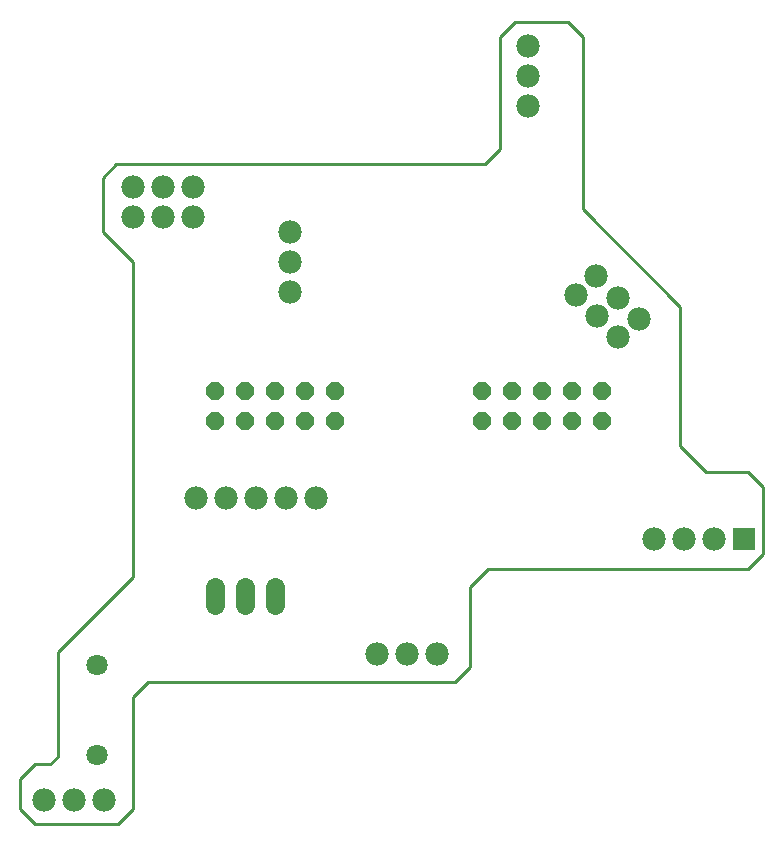
<source format=gbs>
G75*
%MOIN*%
%OFA0B0*%
%FSLAX24Y24*%
%IPPOS*%
%LPD*%
%AMOC8*
5,1,8,0,0,1.08239X$1,22.5*
%
%ADD10C,0.0100*%
%ADD11R,0.0780X0.0780*%
%ADD12C,0.0780*%
%ADD13C,0.0709*%
%ADD14OC8,0.0600*%
%ADD15C,0.0640*%
D10*
X000150Y000650D02*
X000150Y001650D01*
X000650Y002150D01*
X001150Y002150D01*
X001400Y002400D01*
X001400Y005900D01*
X003900Y008400D01*
X003900Y018900D01*
X002900Y019900D01*
X002900Y021700D01*
X003350Y022150D01*
X015650Y022150D01*
X016150Y022650D01*
X016150Y026400D01*
X016650Y026900D01*
X018400Y026900D01*
X018900Y026400D01*
X018900Y020650D01*
X022150Y017400D01*
X022150Y012750D01*
X023000Y011900D01*
X024400Y011900D01*
X024900Y011400D01*
X024900Y009150D01*
X024400Y008650D01*
X015750Y008650D01*
X015150Y008050D01*
X015150Y005400D01*
X014650Y004900D01*
X004400Y004900D01*
X003900Y004400D01*
X003900Y000650D01*
X003400Y000150D01*
X000650Y000150D01*
X000150Y000650D01*
D11*
X024275Y009650D03*
D12*
X023275Y009650D03*
X022275Y009650D03*
X021275Y009650D03*
X014050Y005825D03*
X013050Y005825D03*
X012050Y005825D03*
X010025Y011025D03*
X009025Y011025D03*
X008025Y011025D03*
X007025Y011025D03*
X006025Y011025D03*
X009150Y017900D03*
X009150Y018900D03*
X009150Y019900D03*
X005900Y020400D03*
X004900Y020400D03*
X003900Y020400D03*
X003900Y021400D03*
X004900Y021400D03*
X005900Y021400D03*
X017075Y024100D03*
X017075Y025100D03*
X017075Y026100D03*
X019361Y018414D03*
X018675Y017800D03*
X019382Y017093D03*
X020068Y017707D03*
X020775Y017000D03*
X020089Y016386D03*
X002950Y000950D03*
X001950Y000950D03*
X000950Y000950D03*
D13*
X002700Y002450D03*
X002700Y005450D03*
D14*
X006650Y013600D03*
X007650Y013600D03*
X007650Y014600D03*
X006650Y014600D03*
X008650Y014600D03*
X009650Y014600D03*
X010650Y014600D03*
X010650Y013600D03*
X009650Y013600D03*
X008650Y013600D03*
X015550Y013600D03*
X016550Y013600D03*
X017550Y013600D03*
X017550Y014600D03*
X016550Y014600D03*
X015550Y014600D03*
X018550Y014600D03*
X019550Y014600D03*
X019550Y013600D03*
X018550Y013600D03*
D15*
X008650Y008050D02*
X008650Y007450D01*
X007650Y007450D02*
X007650Y008050D01*
X006650Y008050D02*
X006650Y007450D01*
M02*

</source>
